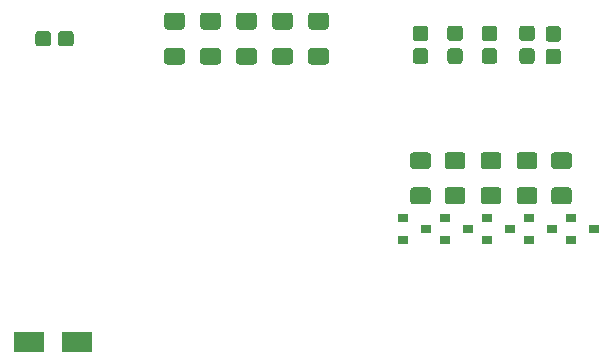
<source format=gbr>
G04 #@! TF.GenerationSoftware,KiCad,Pcbnew,(5.1.6)-1*
G04 #@! TF.CreationDate,2020-11-26T12:39:26+11:00*
G04 #@! TF.ProjectId,HardFault-Interpose-V0,48617264-4661-4756-9c74-2d496e746572,rev?*
G04 #@! TF.SameCoordinates,Original*
G04 #@! TF.FileFunction,Paste,Top*
G04 #@! TF.FilePolarity,Positive*
%FSLAX46Y46*%
G04 Gerber Fmt 4.6, Leading zero omitted, Abs format (unit mm)*
G04 Created by KiCad (PCBNEW (5.1.6)-1) date 2020-11-26 12:39:26*
%MOMM*%
%LPD*%
G01*
G04 APERTURE LIST*
%ADD10R,2.500000X1.800000*%
%ADD11R,0.900000X0.800000*%
G04 APERTURE END LIST*
G36*
G01*
X145968000Y-70809000D02*
X146768000Y-70809000D01*
G75*
G02*
X147018000Y-71059000I0J-250000D01*
G01*
X147018000Y-71884000D01*
G75*
G02*
X146768000Y-72134000I-250000J0D01*
G01*
X145968000Y-72134000D01*
G75*
G02*
X145718000Y-71884000I0J250000D01*
G01*
X145718000Y-71059000D01*
G75*
G02*
X145968000Y-70809000I250000J0D01*
G01*
G37*
G36*
G01*
X145968000Y-72734000D02*
X146768000Y-72734000D01*
G75*
G02*
X147018000Y-72984000I0J-250000D01*
G01*
X147018000Y-73809000D01*
G75*
G02*
X146768000Y-74059000I-250000J0D01*
G01*
X145968000Y-74059000D01*
G75*
G02*
X145718000Y-73809000I0J250000D01*
G01*
X145718000Y-72984000D01*
G75*
G02*
X145968000Y-72734000I250000J0D01*
G01*
G37*
G36*
G01*
X143745000Y-72690000D02*
X144545000Y-72690000D01*
G75*
G02*
X144795000Y-72940000I0J-250000D01*
G01*
X144795000Y-73765000D01*
G75*
G02*
X144545000Y-74015000I-250000J0D01*
G01*
X143745000Y-74015000D01*
G75*
G02*
X143495000Y-73765000I0J250000D01*
G01*
X143495000Y-72940000D01*
G75*
G02*
X143745000Y-72690000I250000J0D01*
G01*
G37*
G36*
G01*
X143745000Y-70765000D02*
X144545000Y-70765000D01*
G75*
G02*
X144795000Y-71015000I0J-250000D01*
G01*
X144795000Y-71840000D01*
G75*
G02*
X144545000Y-72090000I-250000J0D01*
G01*
X143745000Y-72090000D01*
G75*
G02*
X143495000Y-71840000I0J250000D01*
G01*
X143495000Y-71015000D01*
G75*
G02*
X143745000Y-70765000I250000J0D01*
G01*
G37*
G36*
G01*
X140570000Y-72690000D02*
X141370000Y-72690000D01*
G75*
G02*
X141620000Y-72940000I0J-250000D01*
G01*
X141620000Y-73765000D01*
G75*
G02*
X141370000Y-74015000I-250000J0D01*
G01*
X140570000Y-74015000D01*
G75*
G02*
X140320000Y-73765000I0J250000D01*
G01*
X140320000Y-72940000D01*
G75*
G02*
X140570000Y-72690000I250000J0D01*
G01*
G37*
G36*
G01*
X140570000Y-70765000D02*
X141370000Y-70765000D01*
G75*
G02*
X141620000Y-71015000I0J-250000D01*
G01*
X141620000Y-71840000D01*
G75*
G02*
X141370000Y-72090000I-250000J0D01*
G01*
X140570000Y-72090000D01*
G75*
G02*
X140320000Y-71840000I0J250000D01*
G01*
X140320000Y-71015000D01*
G75*
G02*
X140570000Y-70765000I250000J0D01*
G01*
G37*
G36*
G01*
X137649000Y-72690000D02*
X138449000Y-72690000D01*
G75*
G02*
X138699000Y-72940000I0J-250000D01*
G01*
X138699000Y-73765000D01*
G75*
G02*
X138449000Y-74015000I-250000J0D01*
G01*
X137649000Y-74015000D01*
G75*
G02*
X137399000Y-73765000I0J250000D01*
G01*
X137399000Y-72940000D01*
G75*
G02*
X137649000Y-72690000I250000J0D01*
G01*
G37*
G36*
G01*
X137649000Y-70765000D02*
X138449000Y-70765000D01*
G75*
G02*
X138699000Y-71015000I0J-250000D01*
G01*
X138699000Y-71840000D01*
G75*
G02*
X138449000Y-72090000I-250000J0D01*
G01*
X137649000Y-72090000D01*
G75*
G02*
X137399000Y-71840000I0J250000D01*
G01*
X137399000Y-71015000D01*
G75*
G02*
X137649000Y-70765000I250000J0D01*
G01*
G37*
G36*
G01*
X134728000Y-70765000D02*
X135528000Y-70765000D01*
G75*
G02*
X135778000Y-71015000I0J-250000D01*
G01*
X135778000Y-71840000D01*
G75*
G02*
X135528000Y-72090000I-250000J0D01*
G01*
X134728000Y-72090000D01*
G75*
G02*
X134478000Y-71840000I0J250000D01*
G01*
X134478000Y-71015000D01*
G75*
G02*
X134728000Y-70765000I250000J0D01*
G01*
G37*
G36*
G01*
X134728000Y-72690000D02*
X135528000Y-72690000D01*
G75*
G02*
X135778000Y-72940000I0J-250000D01*
G01*
X135778000Y-73765000D01*
G75*
G02*
X135528000Y-74015000I-250000J0D01*
G01*
X134728000Y-74015000D01*
G75*
G02*
X134478000Y-73765000I0J250000D01*
G01*
X134478000Y-72940000D01*
G75*
G02*
X134728000Y-72690000I250000J0D01*
G01*
G37*
G36*
G01*
X102515000Y-72282000D02*
X102515000Y-71482000D01*
G75*
G02*
X102765000Y-71232000I250000J0D01*
G01*
X103590000Y-71232000D01*
G75*
G02*
X103840000Y-71482000I0J-250000D01*
G01*
X103840000Y-72282000D01*
G75*
G02*
X103590000Y-72532000I-250000J0D01*
G01*
X102765000Y-72532000D01*
G75*
G02*
X102515000Y-72282000I0J250000D01*
G01*
G37*
G36*
G01*
X104440000Y-72282000D02*
X104440000Y-71482000D01*
G75*
G02*
X104690000Y-71232000I250000J0D01*
G01*
X105515000Y-71232000D01*
G75*
G02*
X105765000Y-71482000I0J-250000D01*
G01*
X105765000Y-72282000D01*
G75*
G02*
X105515000Y-72532000I-250000J0D01*
G01*
X104690000Y-72532000D01*
G75*
G02*
X104440000Y-72282000I0J250000D01*
G01*
G37*
D10*
X106013000Y-97536000D03*
X102013000Y-97536000D03*
D11*
X147844000Y-87061000D03*
X147844000Y-88961000D03*
X149844000Y-88011000D03*
X144288000Y-87061000D03*
X144288000Y-88961000D03*
X146288000Y-88011000D03*
X142732000Y-88011000D03*
X140732000Y-88961000D03*
X140732000Y-87061000D03*
X139176000Y-88011000D03*
X137176000Y-88961000D03*
X137176000Y-87061000D03*
X133620000Y-87061000D03*
X133620000Y-88961000D03*
X135620000Y-88011000D03*
G36*
G01*
X146441000Y-81493000D02*
X147691000Y-81493000D01*
G75*
G02*
X147941000Y-81743000I0J-250000D01*
G01*
X147941000Y-82668000D01*
G75*
G02*
X147691000Y-82918000I-250000J0D01*
G01*
X146441000Y-82918000D01*
G75*
G02*
X146191000Y-82668000I0J250000D01*
G01*
X146191000Y-81743000D01*
G75*
G02*
X146441000Y-81493000I250000J0D01*
G01*
G37*
G36*
G01*
X146441000Y-84468000D02*
X147691000Y-84468000D01*
G75*
G02*
X147941000Y-84718000I0J-250000D01*
G01*
X147941000Y-85643000D01*
G75*
G02*
X147691000Y-85893000I-250000J0D01*
G01*
X146441000Y-85893000D01*
G75*
G02*
X146191000Y-85643000I0J250000D01*
G01*
X146191000Y-84718000D01*
G75*
G02*
X146441000Y-84468000I250000J0D01*
G01*
G37*
G36*
G01*
X143520000Y-84468000D02*
X144770000Y-84468000D01*
G75*
G02*
X145020000Y-84718000I0J-250000D01*
G01*
X145020000Y-85643000D01*
G75*
G02*
X144770000Y-85893000I-250000J0D01*
G01*
X143520000Y-85893000D01*
G75*
G02*
X143270000Y-85643000I0J250000D01*
G01*
X143270000Y-84718000D01*
G75*
G02*
X143520000Y-84468000I250000J0D01*
G01*
G37*
G36*
G01*
X143520000Y-81493000D02*
X144770000Y-81493000D01*
G75*
G02*
X145020000Y-81743000I0J-250000D01*
G01*
X145020000Y-82668000D01*
G75*
G02*
X144770000Y-82918000I-250000J0D01*
G01*
X143520000Y-82918000D01*
G75*
G02*
X143270000Y-82668000I0J250000D01*
G01*
X143270000Y-81743000D01*
G75*
G02*
X143520000Y-81493000I250000J0D01*
G01*
G37*
G36*
G01*
X140472000Y-81493000D02*
X141722000Y-81493000D01*
G75*
G02*
X141972000Y-81743000I0J-250000D01*
G01*
X141972000Y-82668000D01*
G75*
G02*
X141722000Y-82918000I-250000J0D01*
G01*
X140472000Y-82918000D01*
G75*
G02*
X140222000Y-82668000I0J250000D01*
G01*
X140222000Y-81743000D01*
G75*
G02*
X140472000Y-81493000I250000J0D01*
G01*
G37*
G36*
G01*
X140472000Y-84468000D02*
X141722000Y-84468000D01*
G75*
G02*
X141972000Y-84718000I0J-250000D01*
G01*
X141972000Y-85643000D01*
G75*
G02*
X141722000Y-85893000I-250000J0D01*
G01*
X140472000Y-85893000D01*
G75*
G02*
X140222000Y-85643000I0J250000D01*
G01*
X140222000Y-84718000D01*
G75*
G02*
X140472000Y-84468000I250000J0D01*
G01*
G37*
G36*
G01*
X137424000Y-84468000D02*
X138674000Y-84468000D01*
G75*
G02*
X138924000Y-84718000I0J-250000D01*
G01*
X138924000Y-85643000D01*
G75*
G02*
X138674000Y-85893000I-250000J0D01*
G01*
X137424000Y-85893000D01*
G75*
G02*
X137174000Y-85643000I0J250000D01*
G01*
X137174000Y-84718000D01*
G75*
G02*
X137424000Y-84468000I250000J0D01*
G01*
G37*
G36*
G01*
X137424000Y-81493000D02*
X138674000Y-81493000D01*
G75*
G02*
X138924000Y-81743000I0J-250000D01*
G01*
X138924000Y-82668000D01*
G75*
G02*
X138674000Y-82918000I-250000J0D01*
G01*
X137424000Y-82918000D01*
G75*
G02*
X137174000Y-82668000I0J250000D01*
G01*
X137174000Y-81743000D01*
G75*
G02*
X137424000Y-81493000I250000J0D01*
G01*
G37*
G36*
G01*
X134503000Y-84468000D02*
X135753000Y-84468000D01*
G75*
G02*
X136003000Y-84718000I0J-250000D01*
G01*
X136003000Y-85643000D01*
G75*
G02*
X135753000Y-85893000I-250000J0D01*
G01*
X134503000Y-85893000D01*
G75*
G02*
X134253000Y-85643000I0J250000D01*
G01*
X134253000Y-84718000D01*
G75*
G02*
X134503000Y-84468000I250000J0D01*
G01*
G37*
G36*
G01*
X134503000Y-81493000D02*
X135753000Y-81493000D01*
G75*
G02*
X136003000Y-81743000I0J-250000D01*
G01*
X136003000Y-82668000D01*
G75*
G02*
X135753000Y-82918000I-250000J0D01*
G01*
X134503000Y-82918000D01*
G75*
G02*
X134253000Y-82668000I0J250000D01*
G01*
X134253000Y-81743000D01*
G75*
G02*
X134503000Y-81493000I250000J0D01*
G01*
G37*
G36*
G01*
X127117000Y-74082000D02*
X125867000Y-74082000D01*
G75*
G02*
X125617000Y-73832000I0J250000D01*
G01*
X125617000Y-72907000D01*
G75*
G02*
X125867000Y-72657000I250000J0D01*
G01*
X127117000Y-72657000D01*
G75*
G02*
X127367000Y-72907000I0J-250000D01*
G01*
X127367000Y-73832000D01*
G75*
G02*
X127117000Y-74082000I-250000J0D01*
G01*
G37*
G36*
G01*
X127117000Y-71107000D02*
X125867000Y-71107000D01*
G75*
G02*
X125617000Y-70857000I0J250000D01*
G01*
X125617000Y-69932000D01*
G75*
G02*
X125867000Y-69682000I250000J0D01*
G01*
X127117000Y-69682000D01*
G75*
G02*
X127367000Y-69932000I0J-250000D01*
G01*
X127367000Y-70857000D01*
G75*
G02*
X127117000Y-71107000I-250000J0D01*
G01*
G37*
G36*
G01*
X124069000Y-71107000D02*
X122819000Y-71107000D01*
G75*
G02*
X122569000Y-70857000I0J250000D01*
G01*
X122569000Y-69932000D01*
G75*
G02*
X122819000Y-69682000I250000J0D01*
G01*
X124069000Y-69682000D01*
G75*
G02*
X124319000Y-69932000I0J-250000D01*
G01*
X124319000Y-70857000D01*
G75*
G02*
X124069000Y-71107000I-250000J0D01*
G01*
G37*
G36*
G01*
X124069000Y-74082000D02*
X122819000Y-74082000D01*
G75*
G02*
X122569000Y-73832000I0J250000D01*
G01*
X122569000Y-72907000D01*
G75*
G02*
X122819000Y-72657000I250000J0D01*
G01*
X124069000Y-72657000D01*
G75*
G02*
X124319000Y-72907000I0J-250000D01*
G01*
X124319000Y-73832000D01*
G75*
G02*
X124069000Y-74082000I-250000J0D01*
G01*
G37*
G36*
G01*
X121021000Y-74082000D02*
X119771000Y-74082000D01*
G75*
G02*
X119521000Y-73832000I0J250000D01*
G01*
X119521000Y-72907000D01*
G75*
G02*
X119771000Y-72657000I250000J0D01*
G01*
X121021000Y-72657000D01*
G75*
G02*
X121271000Y-72907000I0J-250000D01*
G01*
X121271000Y-73832000D01*
G75*
G02*
X121021000Y-74082000I-250000J0D01*
G01*
G37*
G36*
G01*
X121021000Y-71107000D02*
X119771000Y-71107000D01*
G75*
G02*
X119521000Y-70857000I0J250000D01*
G01*
X119521000Y-69932000D01*
G75*
G02*
X119771000Y-69682000I250000J0D01*
G01*
X121021000Y-69682000D01*
G75*
G02*
X121271000Y-69932000I0J-250000D01*
G01*
X121271000Y-70857000D01*
G75*
G02*
X121021000Y-71107000I-250000J0D01*
G01*
G37*
G36*
G01*
X117973000Y-71107000D02*
X116723000Y-71107000D01*
G75*
G02*
X116473000Y-70857000I0J250000D01*
G01*
X116473000Y-69932000D01*
G75*
G02*
X116723000Y-69682000I250000J0D01*
G01*
X117973000Y-69682000D01*
G75*
G02*
X118223000Y-69932000I0J-250000D01*
G01*
X118223000Y-70857000D01*
G75*
G02*
X117973000Y-71107000I-250000J0D01*
G01*
G37*
G36*
G01*
X117973000Y-74082000D02*
X116723000Y-74082000D01*
G75*
G02*
X116473000Y-73832000I0J250000D01*
G01*
X116473000Y-72907000D01*
G75*
G02*
X116723000Y-72657000I250000J0D01*
G01*
X117973000Y-72657000D01*
G75*
G02*
X118223000Y-72907000I0J-250000D01*
G01*
X118223000Y-73832000D01*
G75*
G02*
X117973000Y-74082000I-250000J0D01*
G01*
G37*
G36*
G01*
X114925000Y-74082000D02*
X113675000Y-74082000D01*
G75*
G02*
X113425000Y-73832000I0J250000D01*
G01*
X113425000Y-72907000D01*
G75*
G02*
X113675000Y-72657000I250000J0D01*
G01*
X114925000Y-72657000D01*
G75*
G02*
X115175000Y-72907000I0J-250000D01*
G01*
X115175000Y-73832000D01*
G75*
G02*
X114925000Y-74082000I-250000J0D01*
G01*
G37*
G36*
G01*
X114925000Y-71107000D02*
X113675000Y-71107000D01*
G75*
G02*
X113425000Y-70857000I0J250000D01*
G01*
X113425000Y-69932000D01*
G75*
G02*
X113675000Y-69682000I250000J0D01*
G01*
X114925000Y-69682000D01*
G75*
G02*
X115175000Y-69932000I0J-250000D01*
G01*
X115175000Y-70857000D01*
G75*
G02*
X114925000Y-71107000I-250000J0D01*
G01*
G37*
M02*

</source>
